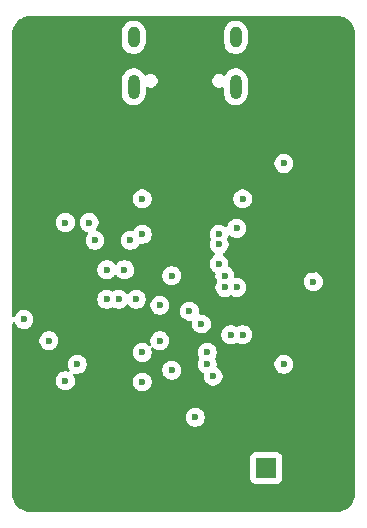
<source format=gbr>
%TF.GenerationSoftware,KiCad,Pcbnew,9.0.5*%
%TF.CreationDate,2025-12-02T20:32:22-06:00*%
%TF.ProjectId,lorapuck,6c6f7261-7075-4636-9b2e-6b696361645f,rev?*%
%TF.SameCoordinates,Original*%
%TF.FileFunction,Copper,L2,Inr*%
%TF.FilePolarity,Positive*%
%FSLAX46Y46*%
G04 Gerber Fmt 4.6, Leading zero omitted, Abs format (unit mm)*
G04 Created by KiCad (PCBNEW 9.0.5) date 2025-12-02 20:32:22*
%MOMM*%
%LPD*%
G01*
G04 APERTURE LIST*
%TA.AperFunction,ComponentPad*%
%ADD10R,1.700000X1.700000*%
%TD*%
%TA.AperFunction,HeatsinkPad*%
%ADD11O,1.000000X2.100000*%
%TD*%
%TA.AperFunction,HeatsinkPad*%
%ADD12O,1.000000X1.800000*%
%TD*%
%TA.AperFunction,ViaPad*%
%ADD13C,0.600000*%
%TD*%
G04 APERTURE END LIST*
D10*
%TO.N,Net-(AE1-A)*%
%TO.C,AE1*%
X100000000Y-118800000D03*
%TD*%
D11*
%TO.N,Net-(J1-SHIELD)*%
%TO.C,J1*%
X97430000Y-86500000D03*
D12*
X97430000Y-82320000D03*
D11*
X88790000Y-86500000D03*
D12*
X88790000Y-82320000D03*
%TD*%
D13*
%TO.N,+3V3*%
X89500000Y-111500000D03*
X84000000Y-110000000D03*
X104000000Y-103000000D03*
X91000000Y-105000000D03*
X101500000Y-110000000D03*
X89500000Y-96000000D03*
X83000000Y-111400000D03*
X93500000Y-105500000D03*
X98000000Y-96000000D03*
X94000000Y-114500000D03*
X101500000Y-93000000D03*
X88500000Y-99500000D03*
X92000000Y-102500000D03*
X91000000Y-108000000D03*
%TO.N,Earth*%
X101500000Y-113500000D03*
X88500000Y-91500000D03*
X95000000Y-91250000D03*
X83000000Y-109000000D03*
X102500000Y-105500000D03*
X100000000Y-90000000D03*
X90668478Y-98706569D03*
X104000000Y-102000000D03*
X99000000Y-88500000D03*
X98000000Y-105500000D03*
X88000000Y-109000000D03*
X89750000Y-90250000D03*
X94000000Y-99500000D03*
X90000000Y-89000000D03*
X80600000Y-112800000D03*
X101000000Y-107000000D03*
X102000000Y-106500000D03*
X96500000Y-97500000D03*
X97000000Y-111000000D03*
X89000000Y-114500000D03*
X106000000Y-97000000D03*
X87000000Y-107000000D03*
X80500000Y-101500000D03*
X92000000Y-121500000D03*
X85000000Y-118000000D03*
X79600000Y-113800000D03*
X101500000Y-116000000D03*
X88500000Y-94500000D03*
X87000000Y-108500000D03*
%TO.N,+1V1*%
X89500000Y-109000000D03*
X89000000Y-104500000D03*
%TO.N,/SX_DIO2*%
X97500000Y-98500000D03*
X98000000Y-107500000D03*
%TO.N,/SX_DIO1*%
X96000000Y-99000000D03*
X92000000Y-110500000D03*
%TO.N,/SPI_MISO*%
X95000000Y-109000000D03*
X96000000Y-101500000D03*
%TO.N,/SPI_MOSI*%
X96500000Y-102500000D03*
X95000000Y-110000000D03*
%TO.N,/SX_NSS*%
X97000000Y-107500000D03*
X97500000Y-103500000D03*
%TO.N,/SPI_CLK*%
X96500000Y-103500000D03*
X95500000Y-111000000D03*
%TO.N,/SX_BUSY*%
X94516641Y-106590000D03*
X96006094Y-99852591D03*
%TO.N,/QSPI_SCLK*%
X87500000Y-104500000D03*
X85500000Y-99500000D03*
%TO.N,/QSPI_SD1*%
X86500000Y-104500000D03*
X83000000Y-98000000D03*
%TO.N,/QSPI_SD2*%
X85000000Y-98000000D03*
X86500000Y-102000000D03*
%TO.N,Net-(U6-SCL)*%
X81600000Y-108000000D03*
X79482419Y-106210646D03*
%TO.N,/QSPI_SD3*%
X89500000Y-99000000D03*
X88000000Y-102000000D03*
%TD*%
%TA.AperFunction,Conductor*%
%TO.N,Earth*%
G36*
X106004418Y-80500816D02*
G01*
X106204561Y-80515130D01*
X106222063Y-80517647D01*
X106413797Y-80559355D01*
X106430755Y-80564334D01*
X106614609Y-80632909D01*
X106630701Y-80640259D01*
X106802904Y-80734288D01*
X106817784Y-80743849D01*
X106974867Y-80861441D01*
X106988237Y-80873027D01*
X107126972Y-81011762D01*
X107138558Y-81025132D01*
X107256146Y-81182210D01*
X107265711Y-81197095D01*
X107359740Y-81369298D01*
X107367090Y-81385390D01*
X107435662Y-81569236D01*
X107440646Y-81586212D01*
X107482351Y-81777931D01*
X107484869Y-81795442D01*
X107499184Y-81995580D01*
X107499500Y-82004427D01*
X107499500Y-120995572D01*
X107499184Y-121004419D01*
X107484869Y-121204557D01*
X107482351Y-121222068D01*
X107440646Y-121413787D01*
X107435662Y-121430763D01*
X107367090Y-121614609D01*
X107359740Y-121630701D01*
X107265711Y-121802904D01*
X107256146Y-121817789D01*
X107138558Y-121974867D01*
X107126972Y-121988237D01*
X106988237Y-122126972D01*
X106974867Y-122138558D01*
X106817789Y-122256146D01*
X106802904Y-122265711D01*
X106630701Y-122359740D01*
X106614609Y-122367090D01*
X106430763Y-122435662D01*
X106413787Y-122440646D01*
X106222068Y-122482351D01*
X106204557Y-122484869D01*
X106023779Y-122497799D01*
X106004417Y-122499184D01*
X105995572Y-122499500D01*
X80004428Y-122499500D01*
X79995582Y-122499184D01*
X79973622Y-122497613D01*
X79795442Y-122484869D01*
X79777931Y-122482351D01*
X79586212Y-122440646D01*
X79569236Y-122435662D01*
X79385390Y-122367090D01*
X79369298Y-122359740D01*
X79197095Y-122265711D01*
X79182210Y-122256146D01*
X79025132Y-122138558D01*
X79011762Y-122126972D01*
X78873027Y-121988237D01*
X78861441Y-121974867D01*
X78743849Y-121817784D01*
X78734288Y-121802904D01*
X78640259Y-121630701D01*
X78632909Y-121614609D01*
X78572091Y-121451551D01*
X78564334Y-121430755D01*
X78559355Y-121413797D01*
X78517647Y-121222063D01*
X78515130Y-121204556D01*
X78500816Y-121004418D01*
X78500500Y-120995572D01*
X78500500Y-117902135D01*
X98649500Y-117902135D01*
X98649500Y-119697870D01*
X98649501Y-119697876D01*
X98655908Y-119757483D01*
X98706202Y-119892328D01*
X98706206Y-119892335D01*
X98792452Y-120007544D01*
X98792455Y-120007547D01*
X98907664Y-120093793D01*
X98907671Y-120093797D01*
X99042517Y-120144091D01*
X99042516Y-120144091D01*
X99049444Y-120144835D01*
X99102127Y-120150500D01*
X100897872Y-120150499D01*
X100957483Y-120144091D01*
X101092331Y-120093796D01*
X101207546Y-120007546D01*
X101293796Y-119892331D01*
X101344091Y-119757483D01*
X101350500Y-119697873D01*
X101350499Y-117902128D01*
X101344091Y-117842517D01*
X101293796Y-117707669D01*
X101293795Y-117707668D01*
X101293793Y-117707664D01*
X101207547Y-117592455D01*
X101207544Y-117592452D01*
X101092335Y-117506206D01*
X101092328Y-117506202D01*
X100957482Y-117455908D01*
X100957483Y-117455908D01*
X100897883Y-117449501D01*
X100897881Y-117449500D01*
X100897873Y-117449500D01*
X100897864Y-117449500D01*
X99102129Y-117449500D01*
X99102123Y-117449501D01*
X99042516Y-117455908D01*
X98907671Y-117506202D01*
X98907664Y-117506206D01*
X98792455Y-117592452D01*
X98792452Y-117592455D01*
X98706206Y-117707664D01*
X98706202Y-117707671D01*
X98655908Y-117842517D01*
X98649501Y-117902116D01*
X98649501Y-117902123D01*
X98649500Y-117902135D01*
X78500500Y-117902135D01*
X78500500Y-114421153D01*
X93199500Y-114421153D01*
X93199500Y-114578846D01*
X93230261Y-114733489D01*
X93230264Y-114733501D01*
X93290602Y-114879172D01*
X93290609Y-114879185D01*
X93378210Y-115010288D01*
X93378213Y-115010292D01*
X93489707Y-115121786D01*
X93489711Y-115121789D01*
X93620814Y-115209390D01*
X93620827Y-115209397D01*
X93766498Y-115269735D01*
X93766503Y-115269737D01*
X93921153Y-115300499D01*
X93921156Y-115300500D01*
X93921158Y-115300500D01*
X94078844Y-115300500D01*
X94078845Y-115300499D01*
X94233497Y-115269737D01*
X94379179Y-115209394D01*
X94510289Y-115121789D01*
X94621789Y-115010289D01*
X94709394Y-114879179D01*
X94769737Y-114733497D01*
X94800500Y-114578842D01*
X94800500Y-114421158D01*
X94800500Y-114421155D01*
X94800499Y-114421153D01*
X94769738Y-114266510D01*
X94769737Y-114266503D01*
X94769735Y-114266498D01*
X94709397Y-114120827D01*
X94709390Y-114120814D01*
X94621789Y-113989711D01*
X94621786Y-113989707D01*
X94510292Y-113878213D01*
X94510288Y-113878210D01*
X94379185Y-113790609D01*
X94379172Y-113790602D01*
X94233501Y-113730264D01*
X94233489Y-113730261D01*
X94078845Y-113699500D01*
X94078842Y-113699500D01*
X93921158Y-113699500D01*
X93921155Y-113699500D01*
X93766510Y-113730261D01*
X93766498Y-113730264D01*
X93620827Y-113790602D01*
X93620814Y-113790609D01*
X93489711Y-113878210D01*
X93489707Y-113878213D01*
X93378213Y-113989707D01*
X93378210Y-113989711D01*
X93290609Y-114120814D01*
X93290602Y-114120827D01*
X93230264Y-114266498D01*
X93230261Y-114266510D01*
X93199500Y-114421153D01*
X78500500Y-114421153D01*
X78500500Y-111321153D01*
X82199500Y-111321153D01*
X82199500Y-111478846D01*
X82230261Y-111633489D01*
X82230264Y-111633501D01*
X82290602Y-111779172D01*
X82290609Y-111779185D01*
X82378210Y-111910288D01*
X82378213Y-111910292D01*
X82489707Y-112021786D01*
X82489711Y-112021789D01*
X82620814Y-112109390D01*
X82620827Y-112109397D01*
X82766498Y-112169735D01*
X82766503Y-112169737D01*
X82921153Y-112200499D01*
X82921156Y-112200500D01*
X82921158Y-112200500D01*
X83078844Y-112200500D01*
X83078845Y-112200499D01*
X83233497Y-112169737D01*
X83379179Y-112109394D01*
X83510289Y-112021789D01*
X83621789Y-111910289D01*
X83709394Y-111779179D01*
X83769737Y-111633497D01*
X83800500Y-111478842D01*
X83800500Y-111421153D01*
X88699500Y-111421153D01*
X88699500Y-111578846D01*
X88730261Y-111733489D01*
X88730264Y-111733501D01*
X88790602Y-111879172D01*
X88790609Y-111879185D01*
X88878210Y-112010288D01*
X88878213Y-112010292D01*
X88989707Y-112121786D01*
X88989711Y-112121789D01*
X89120814Y-112209390D01*
X89120827Y-112209397D01*
X89266498Y-112269735D01*
X89266503Y-112269737D01*
X89421153Y-112300499D01*
X89421156Y-112300500D01*
X89421158Y-112300500D01*
X89578844Y-112300500D01*
X89578845Y-112300499D01*
X89733497Y-112269737D01*
X89879179Y-112209394D01*
X90010289Y-112121789D01*
X90121789Y-112010289D01*
X90209394Y-111879179D01*
X90269737Y-111733497D01*
X90300500Y-111578842D01*
X90300500Y-111421158D01*
X90300500Y-111421155D01*
X90300499Y-111421153D01*
X90292148Y-111379172D01*
X90269737Y-111266503D01*
X90209794Y-111121786D01*
X90209397Y-111120827D01*
X90209390Y-111120814D01*
X90121789Y-110989711D01*
X90121786Y-110989707D01*
X90010292Y-110878213D01*
X90010288Y-110878210D01*
X89879185Y-110790609D01*
X89879172Y-110790602D01*
X89733501Y-110730264D01*
X89733489Y-110730261D01*
X89578845Y-110699500D01*
X89578842Y-110699500D01*
X89421158Y-110699500D01*
X89421155Y-110699500D01*
X89266510Y-110730261D01*
X89266498Y-110730264D01*
X89120827Y-110790602D01*
X89120814Y-110790609D01*
X88989711Y-110878210D01*
X88989707Y-110878213D01*
X88878213Y-110989707D01*
X88878210Y-110989711D01*
X88790609Y-111120814D01*
X88790602Y-111120827D01*
X88730264Y-111266498D01*
X88730261Y-111266510D01*
X88699500Y-111421153D01*
X83800500Y-111421153D01*
X83800500Y-111321158D01*
X83800500Y-111321155D01*
X83800499Y-111321153D01*
X83778269Y-111209397D01*
X83769737Y-111166503D01*
X83733427Y-111078842D01*
X83709397Y-111020827D01*
X83709387Y-111020809D01*
X83673473Y-110967059D01*
X83652595Y-110900382D01*
X83671080Y-110833002D01*
X83723059Y-110786312D01*
X83792029Y-110775136D01*
X83800751Y-110776549D01*
X83849831Y-110786312D01*
X83921156Y-110800500D01*
X83921158Y-110800500D01*
X84078844Y-110800500D01*
X84078845Y-110800499D01*
X84233497Y-110769737D01*
X84379179Y-110709394D01*
X84510289Y-110621789D01*
X84621789Y-110510289D01*
X84681348Y-110421153D01*
X91199500Y-110421153D01*
X91199500Y-110578846D01*
X91230261Y-110733489D01*
X91230264Y-110733501D01*
X91290602Y-110879172D01*
X91290609Y-110879185D01*
X91378210Y-111010288D01*
X91378213Y-111010292D01*
X91489707Y-111121786D01*
X91489711Y-111121789D01*
X91620814Y-111209390D01*
X91620827Y-111209397D01*
X91758683Y-111266498D01*
X91766503Y-111269737D01*
X91921153Y-111300499D01*
X91921156Y-111300500D01*
X91921158Y-111300500D01*
X92078844Y-111300500D01*
X92078845Y-111300499D01*
X92233497Y-111269737D01*
X92379179Y-111209394D01*
X92510289Y-111121789D01*
X92621789Y-111010289D01*
X92709394Y-110879179D01*
X92769737Y-110733497D01*
X92800500Y-110578842D01*
X92800500Y-110421158D01*
X92800500Y-110421155D01*
X92800499Y-110421153D01*
X92792151Y-110379185D01*
X92769737Y-110266503D01*
X92756062Y-110233489D01*
X92709397Y-110120827D01*
X92709390Y-110120814D01*
X92621789Y-109989711D01*
X92621786Y-109989707D01*
X92510292Y-109878213D01*
X92510288Y-109878210D01*
X92379185Y-109790609D01*
X92379172Y-109790602D01*
X92233501Y-109730264D01*
X92233489Y-109730261D01*
X92078845Y-109699500D01*
X92078842Y-109699500D01*
X91921158Y-109699500D01*
X91921155Y-109699500D01*
X91766510Y-109730261D01*
X91766498Y-109730264D01*
X91620827Y-109790602D01*
X91620814Y-109790609D01*
X91489711Y-109878210D01*
X91489707Y-109878213D01*
X91378213Y-109989707D01*
X91378210Y-109989711D01*
X91290609Y-110120814D01*
X91290602Y-110120827D01*
X91230264Y-110266498D01*
X91230261Y-110266510D01*
X91199500Y-110421153D01*
X84681348Y-110421153D01*
X84709394Y-110379179D01*
X84769737Y-110233497D01*
X84800500Y-110078842D01*
X84800500Y-109921158D01*
X84800500Y-109921155D01*
X84800499Y-109921153D01*
X84774531Y-109790606D01*
X84769737Y-109766503D01*
X84769735Y-109766498D01*
X84709397Y-109620827D01*
X84709390Y-109620814D01*
X84621789Y-109489711D01*
X84621786Y-109489707D01*
X84510292Y-109378213D01*
X84510288Y-109378210D01*
X84379185Y-109290609D01*
X84379172Y-109290602D01*
X84233501Y-109230264D01*
X84233489Y-109230261D01*
X84078845Y-109199500D01*
X84078842Y-109199500D01*
X83921158Y-109199500D01*
X83921155Y-109199500D01*
X83766510Y-109230261D01*
X83766498Y-109230264D01*
X83620827Y-109290602D01*
X83620814Y-109290609D01*
X83489711Y-109378210D01*
X83489707Y-109378213D01*
X83378213Y-109489707D01*
X83378210Y-109489711D01*
X83290609Y-109620814D01*
X83290602Y-109620827D01*
X83230264Y-109766498D01*
X83230261Y-109766510D01*
X83199500Y-109921153D01*
X83199500Y-110078846D01*
X83230261Y-110233489D01*
X83230264Y-110233501D01*
X83290602Y-110379172D01*
X83290608Y-110379183D01*
X83326527Y-110432940D01*
X83347404Y-110499618D01*
X83328919Y-110566998D01*
X83276940Y-110613687D01*
X83207970Y-110624863D01*
X83199232Y-110623447D01*
X83078844Y-110599500D01*
X83078842Y-110599500D01*
X82921158Y-110599500D01*
X82921155Y-110599500D01*
X82766510Y-110630261D01*
X82766498Y-110630264D01*
X82620827Y-110690602D01*
X82620814Y-110690609D01*
X82489711Y-110778210D01*
X82489707Y-110778213D01*
X82378213Y-110889707D01*
X82378210Y-110889711D01*
X82290609Y-111020814D01*
X82290602Y-111020827D01*
X82230264Y-111166498D01*
X82230261Y-111166510D01*
X82199500Y-111321153D01*
X78500500Y-111321153D01*
X78500500Y-108921153D01*
X88699500Y-108921153D01*
X88699500Y-109078846D01*
X88730261Y-109233489D01*
X88730264Y-109233501D01*
X88790602Y-109379172D01*
X88790609Y-109379185D01*
X88878210Y-109510288D01*
X88878213Y-109510292D01*
X88989707Y-109621786D01*
X88989711Y-109621789D01*
X89120814Y-109709390D01*
X89120827Y-109709397D01*
X89258683Y-109766498D01*
X89266503Y-109769737D01*
X89421153Y-109800499D01*
X89421156Y-109800500D01*
X89421158Y-109800500D01*
X89578844Y-109800500D01*
X89578845Y-109800499D01*
X89733497Y-109769737D01*
X89879179Y-109709394D01*
X90010289Y-109621789D01*
X90121789Y-109510289D01*
X90209394Y-109379179D01*
X90269737Y-109233497D01*
X90300500Y-109078842D01*
X90300500Y-108921158D01*
X90300500Y-108921155D01*
X90300499Y-108921153D01*
X94199500Y-108921153D01*
X94199500Y-109078846D01*
X94230261Y-109233489D01*
X94230264Y-109233501D01*
X94290602Y-109379172D01*
X94290609Y-109379185D01*
X94325304Y-109431109D01*
X94346182Y-109497786D01*
X94327698Y-109565167D01*
X94325304Y-109568891D01*
X94290609Y-109620814D01*
X94290602Y-109620827D01*
X94230264Y-109766498D01*
X94230261Y-109766510D01*
X94199500Y-109921153D01*
X94199500Y-110078846D01*
X94230261Y-110233489D01*
X94230264Y-110233501D01*
X94290602Y-110379172D01*
X94290609Y-110379185D01*
X94378210Y-110510288D01*
X94378213Y-110510292D01*
X94489707Y-110621786D01*
X94489711Y-110621789D01*
X94620817Y-110709392D01*
X94620819Y-110709393D01*
X94620821Y-110709394D01*
X94638409Y-110716679D01*
X94692812Y-110760520D01*
X94714877Y-110826814D01*
X94712573Y-110855431D01*
X94699500Y-110921153D01*
X94699500Y-111078846D01*
X94730261Y-111233489D01*
X94730264Y-111233501D01*
X94790602Y-111379172D01*
X94790609Y-111379185D01*
X94878210Y-111510288D01*
X94878213Y-111510292D01*
X94989707Y-111621786D01*
X94989711Y-111621789D01*
X95120814Y-111709390D01*
X95120827Y-111709397D01*
X95266498Y-111769735D01*
X95266503Y-111769737D01*
X95421153Y-111800499D01*
X95421156Y-111800500D01*
X95421158Y-111800500D01*
X95578844Y-111800500D01*
X95578845Y-111800499D01*
X95733497Y-111769737D01*
X95879179Y-111709394D01*
X96010289Y-111621789D01*
X96121789Y-111510289D01*
X96209394Y-111379179D01*
X96269737Y-111233497D01*
X96300500Y-111078842D01*
X96300500Y-110921158D01*
X96300500Y-110921155D01*
X96300499Y-110921153D01*
X96287426Y-110855431D01*
X96269737Y-110766503D01*
X96256062Y-110733489D01*
X96209397Y-110620827D01*
X96209390Y-110620814D01*
X96121789Y-110489711D01*
X96121786Y-110489707D01*
X96010292Y-110378213D01*
X96010288Y-110378210D01*
X95879185Y-110290609D01*
X95879179Y-110290606D01*
X95861589Y-110283320D01*
X95807186Y-110239478D01*
X95785122Y-110173184D01*
X95787425Y-110144571D01*
X95800500Y-110078842D01*
X95800500Y-109921158D01*
X95800500Y-109921155D01*
X95800499Y-109921153D01*
X100699500Y-109921153D01*
X100699500Y-110078846D01*
X100730261Y-110233489D01*
X100730264Y-110233501D01*
X100790602Y-110379172D01*
X100790609Y-110379185D01*
X100878210Y-110510288D01*
X100878213Y-110510292D01*
X100989707Y-110621786D01*
X100989711Y-110621789D01*
X101120814Y-110709390D01*
X101120827Y-110709397D01*
X101234425Y-110756450D01*
X101266503Y-110769737D01*
X101421153Y-110800499D01*
X101421156Y-110800500D01*
X101421158Y-110800500D01*
X101578844Y-110800500D01*
X101578845Y-110800499D01*
X101733497Y-110769737D01*
X101879179Y-110709394D01*
X102010289Y-110621789D01*
X102121789Y-110510289D01*
X102209394Y-110379179D01*
X102269737Y-110233497D01*
X102300500Y-110078842D01*
X102300500Y-109921158D01*
X102300500Y-109921155D01*
X102300499Y-109921153D01*
X102274531Y-109790606D01*
X102269737Y-109766503D01*
X102269735Y-109766498D01*
X102209397Y-109620827D01*
X102209390Y-109620814D01*
X102121789Y-109489711D01*
X102121786Y-109489707D01*
X102010292Y-109378213D01*
X102010288Y-109378210D01*
X101879185Y-109290609D01*
X101879172Y-109290602D01*
X101733501Y-109230264D01*
X101733489Y-109230261D01*
X101578845Y-109199500D01*
X101578842Y-109199500D01*
X101421158Y-109199500D01*
X101421155Y-109199500D01*
X101266510Y-109230261D01*
X101266498Y-109230264D01*
X101120827Y-109290602D01*
X101120814Y-109290609D01*
X100989711Y-109378210D01*
X100989707Y-109378213D01*
X100878213Y-109489707D01*
X100878210Y-109489711D01*
X100790609Y-109620814D01*
X100790602Y-109620827D01*
X100730264Y-109766498D01*
X100730261Y-109766510D01*
X100699500Y-109921153D01*
X95800499Y-109921153D01*
X95774531Y-109790606D01*
X95769737Y-109766503D01*
X95769735Y-109766498D01*
X95709396Y-109620825D01*
X95709394Y-109620822D01*
X95709394Y-109620821D01*
X95674694Y-109568889D01*
X95653816Y-109502215D01*
X95672300Y-109434835D01*
X95674676Y-109431136D01*
X95709394Y-109379179D01*
X95769737Y-109233497D01*
X95800500Y-109078842D01*
X95800500Y-108921158D01*
X95800500Y-108921155D01*
X95800499Y-108921153D01*
X95769738Y-108766510D01*
X95769737Y-108766503D01*
X95709794Y-108621786D01*
X95709397Y-108620827D01*
X95709390Y-108620814D01*
X95621789Y-108489711D01*
X95621786Y-108489707D01*
X95510292Y-108378213D01*
X95510288Y-108378210D01*
X95379185Y-108290609D01*
X95379172Y-108290602D01*
X95233501Y-108230264D01*
X95233489Y-108230261D01*
X95078845Y-108199500D01*
X95078842Y-108199500D01*
X94921158Y-108199500D01*
X94921155Y-108199500D01*
X94766510Y-108230261D01*
X94766498Y-108230264D01*
X94620827Y-108290602D01*
X94620814Y-108290609D01*
X94489711Y-108378210D01*
X94489707Y-108378213D01*
X94378213Y-108489707D01*
X94378210Y-108489711D01*
X94290609Y-108620814D01*
X94290602Y-108620827D01*
X94230264Y-108766498D01*
X94230261Y-108766510D01*
X94199500Y-108921153D01*
X90300499Y-108921153D01*
X90269738Y-108766510D01*
X90269737Y-108766503D01*
X90250424Y-108719879D01*
X90242956Y-108650410D01*
X90274231Y-108587931D01*
X90334320Y-108552279D01*
X90404145Y-108554773D01*
X90452667Y-108584746D01*
X90489707Y-108621786D01*
X90489711Y-108621789D01*
X90620814Y-108709390D01*
X90620827Y-108709397D01*
X90758683Y-108766498D01*
X90766503Y-108769737D01*
X90921153Y-108800499D01*
X90921156Y-108800500D01*
X90921158Y-108800500D01*
X91078844Y-108800500D01*
X91078845Y-108800499D01*
X91089179Y-108798443D01*
X91114287Y-108793450D01*
X91114292Y-108793449D01*
X91199800Y-108776439D01*
X91233497Y-108769737D01*
X91379179Y-108709394D01*
X91510289Y-108621789D01*
X91621789Y-108510289D01*
X91709394Y-108379179D01*
X91769737Y-108233497D01*
X91800500Y-108078842D01*
X91800500Y-107921158D01*
X91800500Y-107921155D01*
X91800499Y-107921153D01*
X91769738Y-107766510D01*
X91769737Y-107766503D01*
X91756062Y-107733489D01*
X91709397Y-107620827D01*
X91709390Y-107620814D01*
X91621789Y-107489711D01*
X91621786Y-107489707D01*
X91553232Y-107421153D01*
X96199500Y-107421153D01*
X96199500Y-107578846D01*
X96230261Y-107733489D01*
X96230264Y-107733501D01*
X96290602Y-107879172D01*
X96290609Y-107879185D01*
X96378210Y-108010288D01*
X96378213Y-108010292D01*
X96489707Y-108121786D01*
X96489711Y-108121789D01*
X96620814Y-108209390D01*
X96620827Y-108209397D01*
X96766498Y-108269735D01*
X96766503Y-108269737D01*
X96921153Y-108300499D01*
X96921156Y-108300500D01*
X96921158Y-108300500D01*
X97078844Y-108300500D01*
X97078845Y-108300499D01*
X97233497Y-108269737D01*
X97379179Y-108209394D01*
X97431110Y-108174694D01*
X97497785Y-108153816D01*
X97565165Y-108172300D01*
X97568863Y-108174676D01*
X97620821Y-108209394D01*
X97620823Y-108209395D01*
X97620825Y-108209396D01*
X97766498Y-108269735D01*
X97766503Y-108269737D01*
X97921153Y-108300499D01*
X97921156Y-108300500D01*
X97921158Y-108300500D01*
X98078844Y-108300500D01*
X98078845Y-108300499D01*
X98233497Y-108269737D01*
X98379179Y-108209394D01*
X98510289Y-108121789D01*
X98621789Y-108010289D01*
X98709394Y-107879179D01*
X98769737Y-107733497D01*
X98800500Y-107578842D01*
X98800500Y-107421158D01*
X98800500Y-107421155D01*
X98800499Y-107421153D01*
X98794402Y-107390500D01*
X98769737Y-107266503D01*
X98769735Y-107266498D01*
X98709397Y-107120827D01*
X98709390Y-107120814D01*
X98621789Y-106989711D01*
X98621786Y-106989707D01*
X98510292Y-106878213D01*
X98510288Y-106878210D01*
X98379185Y-106790609D01*
X98379172Y-106790602D01*
X98233501Y-106730264D01*
X98233489Y-106730261D01*
X98078845Y-106699500D01*
X98078842Y-106699500D01*
X97921158Y-106699500D01*
X97921155Y-106699500D01*
X97766510Y-106730261D01*
X97766498Y-106730264D01*
X97620827Y-106790602D01*
X97620814Y-106790609D01*
X97568891Y-106825304D01*
X97502214Y-106846182D01*
X97434833Y-106827698D01*
X97431109Y-106825304D01*
X97379185Y-106790609D01*
X97379172Y-106790602D01*
X97233501Y-106730264D01*
X97233489Y-106730261D01*
X97078845Y-106699500D01*
X97078842Y-106699500D01*
X96921158Y-106699500D01*
X96921155Y-106699500D01*
X96766510Y-106730261D01*
X96766498Y-106730264D01*
X96620827Y-106790602D01*
X96620814Y-106790609D01*
X96489711Y-106878210D01*
X96489707Y-106878213D01*
X96378213Y-106989707D01*
X96378210Y-106989711D01*
X96290609Y-107120814D01*
X96290602Y-107120827D01*
X96230264Y-107266498D01*
X96230261Y-107266510D01*
X96199500Y-107421153D01*
X91553232Y-107421153D01*
X91510292Y-107378213D01*
X91510288Y-107378210D01*
X91379185Y-107290609D01*
X91379172Y-107290602D01*
X91233501Y-107230264D01*
X91233489Y-107230261D01*
X91078845Y-107199500D01*
X91078842Y-107199500D01*
X90921158Y-107199500D01*
X90921155Y-107199500D01*
X90766510Y-107230261D01*
X90766498Y-107230264D01*
X90620827Y-107290602D01*
X90620814Y-107290609D01*
X90489711Y-107378210D01*
X90489707Y-107378213D01*
X90378213Y-107489707D01*
X90378210Y-107489711D01*
X90290609Y-107620814D01*
X90290602Y-107620827D01*
X90230264Y-107766498D01*
X90230261Y-107766510D01*
X90199500Y-107921153D01*
X90199500Y-108078846D01*
X90230261Y-108233489D01*
X90230263Y-108233497D01*
X90249575Y-108280120D01*
X90257043Y-108349590D01*
X90225767Y-108412069D01*
X90165678Y-108447721D01*
X90095853Y-108445226D01*
X90047332Y-108415253D01*
X90010292Y-108378213D01*
X90010288Y-108378210D01*
X89879185Y-108290609D01*
X89879172Y-108290602D01*
X89733501Y-108230264D01*
X89733489Y-108230261D01*
X89578845Y-108199500D01*
X89578842Y-108199500D01*
X89421158Y-108199500D01*
X89421155Y-108199500D01*
X89266510Y-108230261D01*
X89266498Y-108230264D01*
X89120827Y-108290602D01*
X89120814Y-108290609D01*
X88989711Y-108378210D01*
X88989707Y-108378213D01*
X88878213Y-108489707D01*
X88878210Y-108489711D01*
X88790609Y-108620814D01*
X88790602Y-108620827D01*
X88730264Y-108766498D01*
X88730261Y-108766510D01*
X88699500Y-108921153D01*
X78500500Y-108921153D01*
X78500500Y-107921153D01*
X80799500Y-107921153D01*
X80799500Y-108078846D01*
X80830261Y-108233489D01*
X80830264Y-108233501D01*
X80890602Y-108379172D01*
X80890609Y-108379185D01*
X80978210Y-108510288D01*
X80978213Y-108510292D01*
X81089707Y-108621786D01*
X81089711Y-108621789D01*
X81220814Y-108709390D01*
X81220827Y-108709397D01*
X81358683Y-108766498D01*
X81366503Y-108769737D01*
X81521153Y-108800499D01*
X81521156Y-108800500D01*
X81521158Y-108800500D01*
X81678844Y-108800500D01*
X81678845Y-108800499D01*
X81689179Y-108798443D01*
X81714287Y-108793450D01*
X81714292Y-108793449D01*
X81799800Y-108776439D01*
X81833497Y-108769737D01*
X81979179Y-108709394D01*
X82110289Y-108621789D01*
X82221789Y-108510289D01*
X82309394Y-108379179D01*
X82369737Y-108233497D01*
X82400500Y-108078842D01*
X82400500Y-107921158D01*
X82400500Y-107921155D01*
X82400499Y-107921153D01*
X82369738Y-107766510D01*
X82369737Y-107766503D01*
X82356062Y-107733489D01*
X82309397Y-107620827D01*
X82309390Y-107620814D01*
X82221789Y-107489711D01*
X82221786Y-107489707D01*
X82110292Y-107378213D01*
X82110288Y-107378210D01*
X81979185Y-107290609D01*
X81979172Y-107290602D01*
X81833501Y-107230264D01*
X81833489Y-107230261D01*
X81678845Y-107199500D01*
X81678842Y-107199500D01*
X81521158Y-107199500D01*
X81521155Y-107199500D01*
X81366510Y-107230261D01*
X81366498Y-107230264D01*
X81220827Y-107290602D01*
X81220814Y-107290609D01*
X81089711Y-107378210D01*
X81089707Y-107378213D01*
X80978213Y-107489707D01*
X80978210Y-107489711D01*
X80890609Y-107620814D01*
X80890602Y-107620827D01*
X80830264Y-107766498D01*
X80830261Y-107766510D01*
X80799500Y-107921153D01*
X78500500Y-107921153D01*
X78500500Y-106555280D01*
X78520185Y-106488241D01*
X78572989Y-106442486D01*
X78642147Y-106432542D01*
X78705703Y-106461567D01*
X78739061Y-106507828D01*
X78773021Y-106589819D01*
X78773028Y-106589831D01*
X78860629Y-106720934D01*
X78860632Y-106720938D01*
X78972126Y-106832432D01*
X78972130Y-106832435D01*
X79103233Y-106920036D01*
X79103246Y-106920043D01*
X79221856Y-106969172D01*
X79248922Y-106980383D01*
X79403572Y-107011145D01*
X79403575Y-107011146D01*
X79403577Y-107011146D01*
X79561263Y-107011146D01*
X79561264Y-107011145D01*
X79715916Y-106980383D01*
X79861598Y-106920040D01*
X79992708Y-106832435D01*
X80104208Y-106720935D01*
X80191813Y-106589825D01*
X80252156Y-106444143D01*
X80282919Y-106289488D01*
X80282919Y-106131804D01*
X80282919Y-106131801D01*
X80282918Y-106131799D01*
X80272556Y-106079707D01*
X80252156Y-105977149D01*
X80212167Y-105880606D01*
X80191816Y-105831473D01*
X80191809Y-105831460D01*
X80104208Y-105700357D01*
X80104205Y-105700353D01*
X79992711Y-105588859D01*
X79992707Y-105588856D01*
X79861604Y-105501255D01*
X79861591Y-105501248D01*
X79715920Y-105440910D01*
X79715908Y-105440907D01*
X79561264Y-105410146D01*
X79561261Y-105410146D01*
X79403577Y-105410146D01*
X79403574Y-105410146D01*
X79248929Y-105440907D01*
X79248917Y-105440910D01*
X79103246Y-105501248D01*
X79103233Y-105501255D01*
X78972130Y-105588856D01*
X78972126Y-105588859D01*
X78860632Y-105700353D01*
X78860629Y-105700357D01*
X78773028Y-105831460D01*
X78773021Y-105831473D01*
X78739061Y-105913463D01*
X78695220Y-105967867D01*
X78628926Y-105989932D01*
X78561227Y-105972653D01*
X78513616Y-105921516D01*
X78500500Y-105866011D01*
X78500500Y-104421153D01*
X85699500Y-104421153D01*
X85699500Y-104578846D01*
X85730261Y-104733489D01*
X85730264Y-104733501D01*
X85790602Y-104879172D01*
X85790609Y-104879185D01*
X85878210Y-105010288D01*
X85878213Y-105010292D01*
X85989707Y-105121786D01*
X85989711Y-105121789D01*
X86120814Y-105209390D01*
X86120827Y-105209397D01*
X86258683Y-105266498D01*
X86266503Y-105269737D01*
X86421153Y-105300499D01*
X86421156Y-105300500D01*
X86421158Y-105300500D01*
X86578844Y-105300500D01*
X86578845Y-105300499D01*
X86733497Y-105269737D01*
X86879179Y-105209394D01*
X86931110Y-105174694D01*
X86997785Y-105153816D01*
X87065165Y-105172300D01*
X87068863Y-105174676D01*
X87120821Y-105209394D01*
X87120823Y-105209395D01*
X87120825Y-105209396D01*
X87258683Y-105266498D01*
X87266503Y-105269737D01*
X87421153Y-105300499D01*
X87421156Y-105300500D01*
X87421158Y-105300500D01*
X87578844Y-105300500D01*
X87578845Y-105300499D01*
X87733497Y-105269737D01*
X87879179Y-105209394D01*
X88010289Y-105121789D01*
X88121789Y-105010289D01*
X88135539Y-104989711D01*
X88146898Y-104972712D01*
X88200510Y-104927906D01*
X88269835Y-104919199D01*
X88332862Y-104949353D01*
X88353102Y-104972712D01*
X88378207Y-105010284D01*
X88378213Y-105010292D01*
X88489707Y-105121786D01*
X88489711Y-105121789D01*
X88620814Y-105209390D01*
X88620827Y-105209397D01*
X88758683Y-105266498D01*
X88766503Y-105269737D01*
X88921153Y-105300499D01*
X88921156Y-105300500D01*
X88921158Y-105300500D01*
X89078844Y-105300500D01*
X89078845Y-105300499D01*
X89233497Y-105269737D01*
X89379179Y-105209394D01*
X89510289Y-105121789D01*
X89621789Y-105010289D01*
X89681348Y-104921153D01*
X90199500Y-104921153D01*
X90199500Y-105078846D01*
X90230261Y-105233489D01*
X90230264Y-105233501D01*
X90290602Y-105379172D01*
X90290609Y-105379185D01*
X90378210Y-105510288D01*
X90378213Y-105510292D01*
X90489707Y-105621786D01*
X90489711Y-105621789D01*
X90620814Y-105709390D01*
X90620827Y-105709397D01*
X90766498Y-105769735D01*
X90766503Y-105769737D01*
X90921153Y-105800499D01*
X90921156Y-105800500D01*
X90921158Y-105800500D01*
X91078844Y-105800500D01*
X91078845Y-105800499D01*
X91233497Y-105769737D01*
X91379179Y-105709394D01*
X91510289Y-105621789D01*
X91621789Y-105510289D01*
X91681348Y-105421153D01*
X92699500Y-105421153D01*
X92699500Y-105578846D01*
X92730261Y-105733489D01*
X92730264Y-105733501D01*
X92790602Y-105879172D01*
X92790609Y-105879185D01*
X92878210Y-106010288D01*
X92878213Y-106010292D01*
X92989707Y-106121786D01*
X92989711Y-106121789D01*
X93120814Y-106209390D01*
X93120827Y-106209397D01*
X93266498Y-106269735D01*
X93266503Y-106269737D01*
X93416593Y-106299592D01*
X93421153Y-106300499D01*
X93421156Y-106300500D01*
X93421158Y-106300500D01*
X93578841Y-106300500D01*
X93578842Y-106300500D01*
X93583405Y-106299592D01*
X93652996Y-106305815D01*
X93708176Y-106348675D01*
X93731425Y-106414563D01*
X93729221Y-106445398D01*
X93716141Y-106511158D01*
X93716141Y-106668846D01*
X93746902Y-106823489D01*
X93746905Y-106823501D01*
X93807243Y-106969172D01*
X93807250Y-106969185D01*
X93894851Y-107100288D01*
X93894854Y-107100292D01*
X94006348Y-107211786D01*
X94006352Y-107211789D01*
X94137455Y-107299390D01*
X94137468Y-107299397D01*
X94283139Y-107359735D01*
X94283144Y-107359737D01*
X94437794Y-107390499D01*
X94437797Y-107390500D01*
X94437799Y-107390500D01*
X94595485Y-107390500D01*
X94595486Y-107390499D01*
X94750138Y-107359737D01*
X94808209Y-107335683D01*
X94893139Y-107300505D01*
X94893140Y-107300504D01*
X94895820Y-107299394D01*
X95026930Y-107211789D01*
X95138430Y-107100289D01*
X95226035Y-106969179D01*
X95286378Y-106823497D01*
X95317141Y-106668842D01*
X95317141Y-106511158D01*
X95317141Y-106511155D01*
X95317140Y-106511153D01*
X95304060Y-106445398D01*
X95286378Y-106356503D01*
X95262805Y-106299592D01*
X95226038Y-106210827D01*
X95226031Y-106210814D01*
X95138430Y-106079711D01*
X95138427Y-106079707D01*
X95026933Y-105968213D01*
X95026929Y-105968210D01*
X94895826Y-105880609D01*
X94895813Y-105880602D01*
X94750142Y-105820264D01*
X94750130Y-105820261D01*
X94595486Y-105789500D01*
X94595483Y-105789500D01*
X94437799Y-105789500D01*
X94437798Y-105789500D01*
X94433222Y-105790410D01*
X94363631Y-105784179D01*
X94308456Y-105741313D01*
X94285214Y-105675422D01*
X94287420Y-105644599D01*
X94300500Y-105578844D01*
X94300500Y-105421155D01*
X94300499Y-105421153D01*
X94269738Y-105266510D01*
X94269737Y-105266503D01*
X94246080Y-105209390D01*
X94209397Y-105120827D01*
X94209390Y-105120814D01*
X94121789Y-104989711D01*
X94121786Y-104989707D01*
X94010292Y-104878213D01*
X94010288Y-104878210D01*
X93879185Y-104790609D01*
X93879172Y-104790602D01*
X93733501Y-104730264D01*
X93733489Y-104730261D01*
X93578845Y-104699500D01*
X93578842Y-104699500D01*
X93421158Y-104699500D01*
X93421155Y-104699500D01*
X93266510Y-104730261D01*
X93266498Y-104730264D01*
X93120827Y-104790602D01*
X93120814Y-104790609D01*
X92989711Y-104878210D01*
X92989707Y-104878213D01*
X92878213Y-104989707D01*
X92878210Y-104989711D01*
X92790609Y-105120814D01*
X92790602Y-105120827D01*
X92730264Y-105266498D01*
X92730261Y-105266510D01*
X92699500Y-105421153D01*
X91681348Y-105421153D01*
X91709394Y-105379179D01*
X91769737Y-105233497D01*
X91800500Y-105078842D01*
X91800500Y-104921158D01*
X91800500Y-104921155D01*
X91800499Y-104921153D01*
X91774531Y-104790606D01*
X91769737Y-104766503D01*
X91756062Y-104733489D01*
X91709397Y-104620827D01*
X91709390Y-104620814D01*
X91621789Y-104489711D01*
X91621786Y-104489707D01*
X91510292Y-104378213D01*
X91510288Y-104378210D01*
X91379185Y-104290609D01*
X91379172Y-104290602D01*
X91233501Y-104230264D01*
X91233489Y-104230261D01*
X91078845Y-104199500D01*
X91078842Y-104199500D01*
X90921158Y-104199500D01*
X90921155Y-104199500D01*
X90766510Y-104230261D01*
X90766498Y-104230264D01*
X90620827Y-104290602D01*
X90620814Y-104290609D01*
X90489711Y-104378210D01*
X90489707Y-104378213D01*
X90378213Y-104489707D01*
X90378210Y-104489711D01*
X90290609Y-104620814D01*
X90290602Y-104620827D01*
X90230264Y-104766498D01*
X90230261Y-104766510D01*
X90199500Y-104921153D01*
X89681348Y-104921153D01*
X89709394Y-104879179D01*
X89769737Y-104733497D01*
X89800500Y-104578842D01*
X89800500Y-104421158D01*
X89800500Y-104421155D01*
X89800499Y-104421153D01*
X89774531Y-104290606D01*
X89769737Y-104266503D01*
X89769735Y-104266498D01*
X89709397Y-104120827D01*
X89709390Y-104120814D01*
X89621789Y-103989711D01*
X89621786Y-103989707D01*
X89510292Y-103878213D01*
X89510288Y-103878210D01*
X89379185Y-103790609D01*
X89379172Y-103790602D01*
X89233501Y-103730264D01*
X89233489Y-103730261D01*
X89078845Y-103699500D01*
X89078842Y-103699500D01*
X88921158Y-103699500D01*
X88921155Y-103699500D01*
X88766510Y-103730261D01*
X88766498Y-103730264D01*
X88620827Y-103790602D01*
X88620814Y-103790609D01*
X88489711Y-103878210D01*
X88489707Y-103878213D01*
X88378213Y-103989707D01*
X88353102Y-104027289D01*
X88299489Y-104072093D01*
X88230164Y-104080800D01*
X88167137Y-104050645D01*
X88146898Y-104027289D01*
X88121786Y-103989707D01*
X88010292Y-103878213D01*
X88010288Y-103878210D01*
X87879185Y-103790609D01*
X87879172Y-103790602D01*
X87733501Y-103730264D01*
X87733489Y-103730261D01*
X87578845Y-103699500D01*
X87578842Y-103699500D01*
X87421158Y-103699500D01*
X87421155Y-103699500D01*
X87266510Y-103730261D01*
X87266498Y-103730264D01*
X87120827Y-103790602D01*
X87120814Y-103790609D01*
X87068891Y-103825304D01*
X87002214Y-103846182D01*
X86934833Y-103827698D01*
X86931109Y-103825304D01*
X86879185Y-103790609D01*
X86879172Y-103790602D01*
X86733501Y-103730264D01*
X86733489Y-103730261D01*
X86578845Y-103699500D01*
X86578842Y-103699500D01*
X86421158Y-103699500D01*
X86421155Y-103699500D01*
X86266510Y-103730261D01*
X86266498Y-103730264D01*
X86120827Y-103790602D01*
X86120814Y-103790609D01*
X85989711Y-103878210D01*
X85989707Y-103878213D01*
X85878213Y-103989707D01*
X85878210Y-103989711D01*
X85790609Y-104120814D01*
X85790602Y-104120827D01*
X85730264Y-104266498D01*
X85730261Y-104266510D01*
X85699500Y-104421153D01*
X78500500Y-104421153D01*
X78500500Y-101921153D01*
X85699500Y-101921153D01*
X85699500Y-102078846D01*
X85730261Y-102233489D01*
X85730264Y-102233501D01*
X85790602Y-102379172D01*
X85790609Y-102379185D01*
X85878210Y-102510288D01*
X85878213Y-102510292D01*
X85989707Y-102621786D01*
X85989711Y-102621789D01*
X86120814Y-102709390D01*
X86120827Y-102709397D01*
X86258683Y-102766498D01*
X86266503Y-102769737D01*
X86421153Y-102800499D01*
X86421156Y-102800500D01*
X86421158Y-102800500D01*
X86578844Y-102800500D01*
X86578845Y-102800499D01*
X86733497Y-102769737D01*
X86879179Y-102709394D01*
X87010289Y-102621789D01*
X87121789Y-102510289D01*
X87135539Y-102489711D01*
X87146898Y-102472712D01*
X87200510Y-102427906D01*
X87269835Y-102419199D01*
X87332862Y-102449353D01*
X87353102Y-102472712D01*
X87378207Y-102510284D01*
X87378213Y-102510292D01*
X87489707Y-102621786D01*
X87489711Y-102621789D01*
X87620814Y-102709390D01*
X87620827Y-102709397D01*
X87758683Y-102766498D01*
X87766503Y-102769737D01*
X87921153Y-102800499D01*
X87921156Y-102800500D01*
X87921158Y-102800500D01*
X88078844Y-102800500D01*
X88078845Y-102800499D01*
X88233497Y-102769737D01*
X88379179Y-102709394D01*
X88510289Y-102621789D01*
X88621789Y-102510289D01*
X88681348Y-102421153D01*
X91199500Y-102421153D01*
X91199500Y-102578846D01*
X91230261Y-102733489D01*
X91230264Y-102733501D01*
X91290602Y-102879172D01*
X91290609Y-102879185D01*
X91378210Y-103010288D01*
X91378213Y-103010292D01*
X91489707Y-103121786D01*
X91489711Y-103121789D01*
X91620814Y-103209390D01*
X91620827Y-103209397D01*
X91758683Y-103266498D01*
X91766503Y-103269737D01*
X91921153Y-103300499D01*
X91921156Y-103300500D01*
X91921158Y-103300500D01*
X92078844Y-103300500D01*
X92078845Y-103300499D01*
X92233497Y-103269737D01*
X92379179Y-103209394D01*
X92510289Y-103121789D01*
X92621789Y-103010289D01*
X92709394Y-102879179D01*
X92769737Y-102733497D01*
X92800500Y-102578842D01*
X92800500Y-102421158D01*
X92800500Y-102421155D01*
X92800499Y-102421153D01*
X92787426Y-102355431D01*
X92769737Y-102266503D01*
X92756062Y-102233489D01*
X92709397Y-102120827D01*
X92709390Y-102120814D01*
X92621789Y-101989711D01*
X92621786Y-101989707D01*
X92510292Y-101878213D01*
X92510288Y-101878210D01*
X92379185Y-101790609D01*
X92379172Y-101790602D01*
X92233501Y-101730264D01*
X92233489Y-101730261D01*
X92078845Y-101699500D01*
X92078842Y-101699500D01*
X91921158Y-101699500D01*
X91921155Y-101699500D01*
X91766510Y-101730261D01*
X91766498Y-101730264D01*
X91620827Y-101790602D01*
X91620814Y-101790609D01*
X91489711Y-101878210D01*
X91489707Y-101878213D01*
X91378213Y-101989707D01*
X91378210Y-101989711D01*
X91290609Y-102120814D01*
X91290602Y-102120827D01*
X91230264Y-102266498D01*
X91230261Y-102266510D01*
X91199500Y-102421153D01*
X88681348Y-102421153D01*
X88709394Y-102379179D01*
X88769737Y-102233497D01*
X88800500Y-102078842D01*
X88800500Y-101921158D01*
X88800500Y-101921155D01*
X88800499Y-101921153D01*
X88774531Y-101790606D01*
X88769737Y-101766503D01*
X88756062Y-101733489D01*
X88709397Y-101620827D01*
X88709390Y-101620814D01*
X88621789Y-101489711D01*
X88621786Y-101489707D01*
X88510292Y-101378213D01*
X88510288Y-101378210D01*
X88379185Y-101290609D01*
X88379172Y-101290602D01*
X88233501Y-101230264D01*
X88233489Y-101230261D01*
X88078845Y-101199500D01*
X88078842Y-101199500D01*
X87921158Y-101199500D01*
X87921155Y-101199500D01*
X87766510Y-101230261D01*
X87766498Y-101230264D01*
X87620827Y-101290602D01*
X87620814Y-101290609D01*
X87489711Y-101378210D01*
X87489707Y-101378213D01*
X87378213Y-101489707D01*
X87353102Y-101527289D01*
X87299489Y-101572093D01*
X87230164Y-101580800D01*
X87167137Y-101550645D01*
X87146898Y-101527289D01*
X87121786Y-101489707D01*
X87010292Y-101378213D01*
X87010288Y-101378210D01*
X86879185Y-101290609D01*
X86879172Y-101290602D01*
X86733501Y-101230264D01*
X86733489Y-101230261D01*
X86578845Y-101199500D01*
X86578842Y-101199500D01*
X86421158Y-101199500D01*
X86421155Y-101199500D01*
X86266510Y-101230261D01*
X86266498Y-101230264D01*
X86120827Y-101290602D01*
X86120814Y-101290609D01*
X85989711Y-101378210D01*
X85989707Y-101378213D01*
X85878213Y-101489707D01*
X85878210Y-101489711D01*
X85790609Y-101620814D01*
X85790602Y-101620827D01*
X85730264Y-101766498D01*
X85730261Y-101766510D01*
X85699500Y-101921153D01*
X78500500Y-101921153D01*
X78500500Y-97921153D01*
X82199500Y-97921153D01*
X82199500Y-98078846D01*
X82230261Y-98233489D01*
X82230264Y-98233501D01*
X82290602Y-98379172D01*
X82290609Y-98379185D01*
X82378210Y-98510288D01*
X82378213Y-98510292D01*
X82489707Y-98621786D01*
X82489711Y-98621789D01*
X82620814Y-98709390D01*
X82620827Y-98709397D01*
X82758683Y-98766498D01*
X82766503Y-98769737D01*
X82882468Y-98792804D01*
X82921153Y-98800499D01*
X82921156Y-98800500D01*
X82921158Y-98800500D01*
X83078844Y-98800500D01*
X83078845Y-98800499D01*
X83233497Y-98769737D01*
X83379179Y-98709394D01*
X83510289Y-98621789D01*
X83621789Y-98510289D01*
X83709394Y-98379179D01*
X83769737Y-98233497D01*
X83800500Y-98078842D01*
X83800500Y-97921158D01*
X83800500Y-97921155D01*
X83800499Y-97921153D01*
X84199500Y-97921153D01*
X84199500Y-98078846D01*
X84230261Y-98233489D01*
X84230264Y-98233501D01*
X84290602Y-98379172D01*
X84290609Y-98379185D01*
X84378210Y-98510288D01*
X84378213Y-98510292D01*
X84489707Y-98621786D01*
X84489711Y-98621789D01*
X84620814Y-98709390D01*
X84620827Y-98709397D01*
X84758683Y-98766498D01*
X84766503Y-98769737D01*
X84793423Y-98775091D01*
X84815624Y-98779508D01*
X84877535Y-98811892D01*
X84912109Y-98872608D01*
X84908370Y-98942377D01*
X84881706Y-98984697D01*
X84882076Y-98985001D01*
X84879661Y-98987942D01*
X84879123Y-98988798D01*
X84878212Y-98989708D01*
X84878210Y-98989711D01*
X84790609Y-99120814D01*
X84790602Y-99120827D01*
X84730264Y-99266498D01*
X84730261Y-99266510D01*
X84699500Y-99421153D01*
X84699500Y-99578846D01*
X84730261Y-99733489D01*
X84730264Y-99733501D01*
X84790602Y-99879172D01*
X84790609Y-99879185D01*
X84878210Y-100010288D01*
X84878213Y-100010292D01*
X84989707Y-100121786D01*
X84989711Y-100121789D01*
X85120814Y-100209390D01*
X85120827Y-100209397D01*
X85266498Y-100269735D01*
X85266503Y-100269737D01*
X85421153Y-100300499D01*
X85421156Y-100300500D01*
X85421158Y-100300500D01*
X85578844Y-100300500D01*
X85578845Y-100300499D01*
X85733497Y-100269737D01*
X85879179Y-100209394D01*
X86010289Y-100121789D01*
X86121789Y-100010289D01*
X86209394Y-99879179D01*
X86269737Y-99733497D01*
X86300500Y-99578842D01*
X86300500Y-99421158D01*
X86300500Y-99421155D01*
X86300499Y-99421153D01*
X87699500Y-99421153D01*
X87699500Y-99578846D01*
X87730261Y-99733489D01*
X87730264Y-99733501D01*
X87790602Y-99879172D01*
X87790609Y-99879185D01*
X87878210Y-100010288D01*
X87878213Y-100010292D01*
X87989707Y-100121786D01*
X87989711Y-100121789D01*
X88120814Y-100209390D01*
X88120827Y-100209397D01*
X88266498Y-100269735D01*
X88266503Y-100269737D01*
X88421153Y-100300499D01*
X88421156Y-100300500D01*
X88421158Y-100300500D01*
X88578844Y-100300500D01*
X88578845Y-100300499D01*
X88733497Y-100269737D01*
X88879179Y-100209394D01*
X89010289Y-100121789D01*
X89121789Y-100010289D01*
X89209394Y-99879179D01*
X89216677Y-99861593D01*
X89260514Y-99807190D01*
X89326807Y-99785122D01*
X89355431Y-99787426D01*
X89421155Y-99800500D01*
X89421158Y-99800500D01*
X89578844Y-99800500D01*
X89578845Y-99800499D01*
X89733497Y-99769737D01*
X89879179Y-99709394D01*
X90010289Y-99621789D01*
X90121789Y-99510289D01*
X90209394Y-99379179D01*
X90269737Y-99233497D01*
X90300500Y-99078842D01*
X90300500Y-98921158D01*
X90300500Y-98921155D01*
X90300499Y-98921153D01*
X95199500Y-98921153D01*
X95199500Y-99078846D01*
X95230261Y-99233489D01*
X95230264Y-99233501D01*
X95292937Y-99384808D01*
X95290626Y-99385765D01*
X95302622Y-99443459D01*
X95293586Y-99480927D01*
X95236358Y-99619089D01*
X95236355Y-99619101D01*
X95205594Y-99773744D01*
X95205594Y-99931437D01*
X95236355Y-100086080D01*
X95236358Y-100086092D01*
X95296696Y-100231763D01*
X95296703Y-100231776D01*
X95384304Y-100362879D01*
X95384307Y-100362883D01*
X95495801Y-100474377D01*
X95495805Y-100474380D01*
X95626908Y-100561981D01*
X95632285Y-100564855D01*
X95631205Y-100566874D01*
X95677663Y-100604310D01*
X95699730Y-100670603D01*
X95682453Y-100738303D01*
X95631317Y-100785915D01*
X95623270Y-100789590D01*
X95620833Y-100790599D01*
X95620814Y-100790609D01*
X95489711Y-100878210D01*
X95489707Y-100878213D01*
X95378213Y-100989707D01*
X95378210Y-100989711D01*
X95290609Y-101120814D01*
X95290602Y-101120827D01*
X95230264Y-101266498D01*
X95230261Y-101266510D01*
X95199500Y-101421153D01*
X95199500Y-101578846D01*
X95230261Y-101733489D01*
X95230264Y-101733501D01*
X95290602Y-101879172D01*
X95290609Y-101879185D01*
X95378210Y-102010288D01*
X95378213Y-102010292D01*
X95489707Y-102121786D01*
X95489711Y-102121789D01*
X95620817Y-102209392D01*
X95620819Y-102209393D01*
X95620821Y-102209394D01*
X95638409Y-102216679D01*
X95692812Y-102260520D01*
X95714877Y-102326814D01*
X95712573Y-102355431D01*
X95699500Y-102421153D01*
X95699500Y-102578846D01*
X95730261Y-102733489D01*
X95730264Y-102733501D01*
X95790602Y-102879172D01*
X95790609Y-102879185D01*
X95825304Y-102931109D01*
X95846182Y-102997786D01*
X95827698Y-103065167D01*
X95825304Y-103068891D01*
X95790609Y-103120814D01*
X95790602Y-103120827D01*
X95730264Y-103266498D01*
X95730261Y-103266510D01*
X95699500Y-103421153D01*
X95699500Y-103578846D01*
X95730261Y-103733489D01*
X95730264Y-103733501D01*
X95790602Y-103879172D01*
X95790609Y-103879185D01*
X95878210Y-104010288D01*
X95878213Y-104010292D01*
X95989707Y-104121786D01*
X95989711Y-104121789D01*
X96120814Y-104209390D01*
X96120827Y-104209397D01*
X96258683Y-104266498D01*
X96266503Y-104269737D01*
X96421153Y-104300499D01*
X96421156Y-104300500D01*
X96421158Y-104300500D01*
X96578844Y-104300500D01*
X96578845Y-104300499D01*
X96733497Y-104269737D01*
X96879179Y-104209394D01*
X96931110Y-104174694D01*
X96997785Y-104153816D01*
X97065165Y-104172300D01*
X97068863Y-104174676D01*
X97120821Y-104209394D01*
X97120823Y-104209395D01*
X97120825Y-104209396D01*
X97258683Y-104266498D01*
X97266503Y-104269737D01*
X97421153Y-104300499D01*
X97421156Y-104300500D01*
X97421158Y-104300500D01*
X97578844Y-104300500D01*
X97578845Y-104300499D01*
X97733497Y-104269737D01*
X97879179Y-104209394D01*
X98010289Y-104121789D01*
X98121789Y-104010289D01*
X98209394Y-103879179D01*
X98269737Y-103733497D01*
X98300500Y-103578842D01*
X98300500Y-103421158D01*
X98300500Y-103421155D01*
X98300499Y-103421153D01*
X98269738Y-103266510D01*
X98269737Y-103266503D01*
X98209794Y-103121786D01*
X98209397Y-103120827D01*
X98209390Y-103120814D01*
X98121790Y-102989712D01*
X98121784Y-102989705D01*
X98053232Y-102921153D01*
X103199500Y-102921153D01*
X103199500Y-103078846D01*
X103230261Y-103233489D01*
X103230264Y-103233501D01*
X103290602Y-103379172D01*
X103290609Y-103379185D01*
X103378210Y-103510288D01*
X103378213Y-103510292D01*
X103489707Y-103621786D01*
X103489711Y-103621789D01*
X103620814Y-103709390D01*
X103620827Y-103709397D01*
X103766498Y-103769735D01*
X103766503Y-103769737D01*
X103921153Y-103800499D01*
X103921156Y-103800500D01*
X103921158Y-103800500D01*
X104078844Y-103800500D01*
X104078845Y-103800499D01*
X104233497Y-103769737D01*
X104379179Y-103709394D01*
X104510289Y-103621789D01*
X104621789Y-103510289D01*
X104709394Y-103379179D01*
X104769737Y-103233497D01*
X104800500Y-103078842D01*
X104800500Y-102921158D01*
X104800500Y-102921155D01*
X104800499Y-102921153D01*
X104774531Y-102790606D01*
X104769737Y-102766503D01*
X104756062Y-102733489D01*
X104709397Y-102620827D01*
X104709390Y-102620814D01*
X104621789Y-102489711D01*
X104621786Y-102489707D01*
X104510292Y-102378213D01*
X104510288Y-102378210D01*
X104379185Y-102290609D01*
X104379172Y-102290602D01*
X104233501Y-102230264D01*
X104233489Y-102230261D01*
X104078845Y-102199500D01*
X104078842Y-102199500D01*
X103921158Y-102199500D01*
X103921155Y-102199500D01*
X103766510Y-102230261D01*
X103766498Y-102230264D01*
X103620827Y-102290602D01*
X103620814Y-102290609D01*
X103489711Y-102378210D01*
X103489707Y-102378213D01*
X103378213Y-102489707D01*
X103378210Y-102489711D01*
X103290609Y-102620814D01*
X103290602Y-102620827D01*
X103230264Y-102766498D01*
X103230261Y-102766510D01*
X103199500Y-102921153D01*
X98053232Y-102921153D01*
X98010292Y-102878213D01*
X98010288Y-102878210D01*
X97879185Y-102790609D01*
X97879172Y-102790602D01*
X97733501Y-102730264D01*
X97733489Y-102730261D01*
X97578845Y-102699500D01*
X97578842Y-102699500D01*
X97424500Y-102699500D01*
X97357461Y-102679815D01*
X97311706Y-102627011D01*
X97300500Y-102575500D01*
X97300500Y-102421155D01*
X97300499Y-102421153D01*
X97287426Y-102355431D01*
X97269737Y-102266503D01*
X97256062Y-102233489D01*
X97209397Y-102120827D01*
X97209390Y-102120814D01*
X97121789Y-101989711D01*
X97121786Y-101989707D01*
X97010292Y-101878213D01*
X97010288Y-101878210D01*
X96879185Y-101790609D01*
X96879179Y-101790606D01*
X96861589Y-101783320D01*
X96807186Y-101739478D01*
X96785122Y-101673184D01*
X96787425Y-101644571D01*
X96800500Y-101578842D01*
X96800500Y-101421158D01*
X96800500Y-101421155D01*
X96800499Y-101421153D01*
X96774531Y-101290606D01*
X96769737Y-101266503D01*
X96769735Y-101266498D01*
X96709397Y-101120827D01*
X96709390Y-101120814D01*
X96621789Y-100989711D01*
X96621786Y-100989707D01*
X96510292Y-100878213D01*
X96510288Y-100878210D01*
X96379185Y-100790609D01*
X96373809Y-100787736D01*
X96374885Y-100785722D01*
X96328412Y-100748254D01*
X96306362Y-100681955D01*
X96323656Y-100614260D01*
X96374804Y-100566661D01*
X96382821Y-100563000D01*
X96385273Y-100561985D01*
X96516383Y-100474380D01*
X96627883Y-100362880D01*
X96715488Y-100231770D01*
X96775831Y-100086088D01*
X96806594Y-99931433D01*
X96806594Y-99773749D01*
X96806594Y-99773746D01*
X96806593Y-99773744D01*
X96798586Y-99733489D01*
X96775831Y-99619094D01*
X96759158Y-99578842D01*
X96713157Y-99467783D01*
X96715473Y-99466823D01*
X96710924Y-99444978D01*
X96703240Y-99412593D01*
X96703730Y-99410427D01*
X96703468Y-99409168D01*
X96710093Y-99377971D01*
X96711211Y-99374791D01*
X96769737Y-99233497D01*
X96781227Y-99175731D01*
X96784150Y-99167422D01*
X96799617Y-99145929D01*
X96811892Y-99122464D01*
X96819708Y-99118012D01*
X96824963Y-99110712D01*
X96849595Y-99100994D01*
X96872607Y-99087890D01*
X96881589Y-99088371D01*
X96889958Y-99085070D01*
X96915934Y-99090211D01*
X96942377Y-99091629D01*
X96951209Y-99097194D01*
X96958497Y-99098637D01*
X96967955Y-99107746D01*
X96984696Y-99118295D01*
X96985001Y-99117924D01*
X96987957Y-99120350D01*
X96988806Y-99120885D01*
X96989707Y-99121786D01*
X96989711Y-99121789D01*
X97120814Y-99209390D01*
X97120827Y-99209397D01*
X97258683Y-99266498D01*
X97266503Y-99269737D01*
X97421153Y-99300499D01*
X97421156Y-99300500D01*
X97421158Y-99300500D01*
X97578844Y-99300500D01*
X97578845Y-99300499D01*
X97733497Y-99269737D01*
X97879179Y-99209394D01*
X98010289Y-99121789D01*
X98121789Y-99010289D01*
X98209394Y-98879179D01*
X98269737Y-98733497D01*
X98300500Y-98578842D01*
X98300500Y-98421158D01*
X98300500Y-98421155D01*
X98300499Y-98421153D01*
X98274531Y-98290606D01*
X98269737Y-98266503D01*
X98256062Y-98233489D01*
X98209397Y-98120827D01*
X98209390Y-98120814D01*
X98121789Y-97989711D01*
X98121786Y-97989707D01*
X98010292Y-97878213D01*
X98010288Y-97878210D01*
X97879185Y-97790609D01*
X97879172Y-97790602D01*
X97733501Y-97730264D01*
X97733489Y-97730261D01*
X97578845Y-97699500D01*
X97578842Y-97699500D01*
X97421158Y-97699500D01*
X97421155Y-97699500D01*
X97266510Y-97730261D01*
X97266498Y-97730264D01*
X97120827Y-97790602D01*
X97120814Y-97790609D01*
X96989711Y-97878210D01*
X96989707Y-97878213D01*
X96878213Y-97989707D01*
X96878210Y-97989711D01*
X96790609Y-98120814D01*
X96790602Y-98120827D01*
X96730264Y-98266498D01*
X96730261Y-98266507D01*
X96720491Y-98315626D01*
X96688105Y-98377536D01*
X96627389Y-98412110D01*
X96557620Y-98408369D01*
X96515303Y-98381704D01*
X96514999Y-98382076D01*
X96512040Y-98379647D01*
X96511193Y-98379114D01*
X96510292Y-98378213D01*
X96510288Y-98378210D01*
X96379185Y-98290609D01*
X96379172Y-98290602D01*
X96233501Y-98230264D01*
X96233489Y-98230261D01*
X96078845Y-98199500D01*
X96078842Y-98199500D01*
X95921158Y-98199500D01*
X95921155Y-98199500D01*
X95766510Y-98230261D01*
X95766498Y-98230264D01*
X95620827Y-98290602D01*
X95620814Y-98290609D01*
X95489711Y-98378210D01*
X95489707Y-98378213D01*
X95378213Y-98489707D01*
X95378210Y-98489711D01*
X95290609Y-98620814D01*
X95290602Y-98620827D01*
X95230264Y-98766498D01*
X95230261Y-98766510D01*
X95199500Y-98921153D01*
X90300499Y-98921153D01*
X90276499Y-98800499D01*
X90269737Y-98766503D01*
X90269735Y-98766498D01*
X90209397Y-98620827D01*
X90209390Y-98620814D01*
X90121789Y-98489711D01*
X90121786Y-98489707D01*
X90010292Y-98378213D01*
X90010288Y-98378210D01*
X89879185Y-98290609D01*
X89879172Y-98290602D01*
X89733501Y-98230264D01*
X89733489Y-98230261D01*
X89578845Y-98199500D01*
X89578842Y-98199500D01*
X89421158Y-98199500D01*
X89421155Y-98199500D01*
X89266510Y-98230261D01*
X89266498Y-98230264D01*
X89120827Y-98290602D01*
X89120814Y-98290609D01*
X88989711Y-98378210D01*
X88989707Y-98378213D01*
X88878213Y-98489707D01*
X88878210Y-98489711D01*
X88790609Y-98620814D01*
X88790603Y-98620826D01*
X88783319Y-98638411D01*
X88739477Y-98692814D01*
X88673182Y-98714877D01*
X88644568Y-98712573D01*
X88578846Y-98699500D01*
X88578842Y-98699500D01*
X88421158Y-98699500D01*
X88421155Y-98699500D01*
X88266510Y-98730261D01*
X88266498Y-98730264D01*
X88120827Y-98790602D01*
X88120814Y-98790609D01*
X87989711Y-98878210D01*
X87989707Y-98878213D01*
X87878213Y-98989707D01*
X87878210Y-98989711D01*
X87790609Y-99120814D01*
X87790602Y-99120827D01*
X87730264Y-99266498D01*
X87730261Y-99266510D01*
X87699500Y-99421153D01*
X86300499Y-99421153D01*
X86292148Y-99379172D01*
X86269737Y-99266503D01*
X86209421Y-99120885D01*
X86209397Y-99120827D01*
X86209390Y-99120814D01*
X86121789Y-98989711D01*
X86121786Y-98989707D01*
X86010292Y-98878213D01*
X86010288Y-98878210D01*
X85879185Y-98790609D01*
X85879172Y-98790602D01*
X85733501Y-98730264D01*
X85733491Y-98730261D01*
X85684374Y-98720491D01*
X85622463Y-98688106D01*
X85587889Y-98627389D01*
X85591630Y-98557620D01*
X85618296Y-98515304D01*
X85617924Y-98514999D01*
X85620357Y-98512033D01*
X85620891Y-98511186D01*
X85621789Y-98510289D01*
X85709394Y-98379179D01*
X85769737Y-98233497D01*
X85800500Y-98078842D01*
X85800500Y-97921158D01*
X85800500Y-97921155D01*
X85800499Y-97921153D01*
X85774531Y-97790606D01*
X85769737Y-97766503D01*
X85769735Y-97766498D01*
X85709397Y-97620827D01*
X85709390Y-97620814D01*
X85621789Y-97489711D01*
X85621786Y-97489707D01*
X85510292Y-97378213D01*
X85510288Y-97378210D01*
X85379185Y-97290609D01*
X85379172Y-97290602D01*
X85233501Y-97230264D01*
X85233489Y-97230261D01*
X85078845Y-97199500D01*
X85078842Y-97199500D01*
X84921158Y-97199500D01*
X84921155Y-97199500D01*
X84766510Y-97230261D01*
X84766498Y-97230264D01*
X84620827Y-97290602D01*
X84620814Y-97290609D01*
X84489711Y-97378210D01*
X84489707Y-97378213D01*
X84378213Y-97489707D01*
X84378210Y-97489711D01*
X84290609Y-97620814D01*
X84290602Y-97620827D01*
X84230264Y-97766498D01*
X84230261Y-97766510D01*
X84199500Y-97921153D01*
X83800499Y-97921153D01*
X83774531Y-97790606D01*
X83769737Y-97766503D01*
X83769735Y-97766498D01*
X83709397Y-97620827D01*
X83709390Y-97620814D01*
X83621789Y-97489711D01*
X83621786Y-97489707D01*
X83510292Y-97378213D01*
X83510288Y-97378210D01*
X83379185Y-97290609D01*
X83379172Y-97290602D01*
X83233501Y-97230264D01*
X83233489Y-97230261D01*
X83078845Y-97199500D01*
X83078842Y-97199500D01*
X82921158Y-97199500D01*
X82921155Y-97199500D01*
X82766510Y-97230261D01*
X82766498Y-97230264D01*
X82620827Y-97290602D01*
X82620814Y-97290609D01*
X82489711Y-97378210D01*
X82489707Y-97378213D01*
X82378213Y-97489707D01*
X82378210Y-97489711D01*
X82290609Y-97620814D01*
X82290602Y-97620827D01*
X82230264Y-97766498D01*
X82230261Y-97766510D01*
X82199500Y-97921153D01*
X78500500Y-97921153D01*
X78500500Y-95921153D01*
X88699500Y-95921153D01*
X88699500Y-96078846D01*
X88730261Y-96233489D01*
X88730264Y-96233501D01*
X88790602Y-96379172D01*
X88790609Y-96379185D01*
X88878210Y-96510288D01*
X88878213Y-96510292D01*
X88989707Y-96621786D01*
X88989711Y-96621789D01*
X89120814Y-96709390D01*
X89120827Y-96709397D01*
X89266498Y-96769735D01*
X89266503Y-96769737D01*
X89421153Y-96800499D01*
X89421156Y-96800500D01*
X89421158Y-96800500D01*
X89578844Y-96800500D01*
X89578845Y-96800499D01*
X89733497Y-96769737D01*
X89879179Y-96709394D01*
X90010289Y-96621789D01*
X90121789Y-96510289D01*
X90209394Y-96379179D01*
X90269737Y-96233497D01*
X90300500Y-96078842D01*
X90300500Y-95921158D01*
X90300500Y-95921155D01*
X90300499Y-95921153D01*
X97199500Y-95921153D01*
X97199500Y-96078846D01*
X97230261Y-96233489D01*
X97230264Y-96233501D01*
X97290602Y-96379172D01*
X97290609Y-96379185D01*
X97378210Y-96510288D01*
X97378213Y-96510292D01*
X97489707Y-96621786D01*
X97489711Y-96621789D01*
X97620814Y-96709390D01*
X97620827Y-96709397D01*
X97766498Y-96769735D01*
X97766503Y-96769737D01*
X97921153Y-96800499D01*
X97921156Y-96800500D01*
X97921158Y-96800500D01*
X98078844Y-96800500D01*
X98078845Y-96800499D01*
X98233497Y-96769737D01*
X98379179Y-96709394D01*
X98510289Y-96621789D01*
X98621789Y-96510289D01*
X98709394Y-96379179D01*
X98769737Y-96233497D01*
X98800500Y-96078842D01*
X98800500Y-95921158D01*
X98800500Y-95921155D01*
X98800499Y-95921153D01*
X98769738Y-95766510D01*
X98769737Y-95766503D01*
X98769735Y-95766498D01*
X98709397Y-95620827D01*
X98709390Y-95620814D01*
X98621789Y-95489711D01*
X98621786Y-95489707D01*
X98510292Y-95378213D01*
X98510288Y-95378210D01*
X98379185Y-95290609D01*
X98379172Y-95290602D01*
X98233501Y-95230264D01*
X98233489Y-95230261D01*
X98078845Y-95199500D01*
X98078842Y-95199500D01*
X97921158Y-95199500D01*
X97921155Y-95199500D01*
X97766510Y-95230261D01*
X97766498Y-95230264D01*
X97620827Y-95290602D01*
X97620814Y-95290609D01*
X97489711Y-95378210D01*
X97489707Y-95378213D01*
X97378213Y-95489707D01*
X97378210Y-95489711D01*
X97290609Y-95620814D01*
X97290602Y-95620827D01*
X97230264Y-95766498D01*
X97230261Y-95766510D01*
X97199500Y-95921153D01*
X90300499Y-95921153D01*
X90269738Y-95766510D01*
X90269737Y-95766503D01*
X90269735Y-95766498D01*
X90209397Y-95620827D01*
X90209390Y-95620814D01*
X90121789Y-95489711D01*
X90121786Y-95489707D01*
X90010292Y-95378213D01*
X90010288Y-95378210D01*
X89879185Y-95290609D01*
X89879172Y-95290602D01*
X89733501Y-95230264D01*
X89733489Y-95230261D01*
X89578845Y-95199500D01*
X89578842Y-95199500D01*
X89421158Y-95199500D01*
X89421155Y-95199500D01*
X89266510Y-95230261D01*
X89266498Y-95230264D01*
X89120827Y-95290602D01*
X89120814Y-95290609D01*
X88989711Y-95378210D01*
X88989707Y-95378213D01*
X88878213Y-95489707D01*
X88878210Y-95489711D01*
X88790609Y-95620814D01*
X88790602Y-95620827D01*
X88730264Y-95766498D01*
X88730261Y-95766510D01*
X88699500Y-95921153D01*
X78500500Y-95921153D01*
X78500500Y-92921153D01*
X100699500Y-92921153D01*
X100699500Y-93078846D01*
X100730261Y-93233489D01*
X100730264Y-93233501D01*
X100790602Y-93379172D01*
X100790609Y-93379185D01*
X100878210Y-93510288D01*
X100878213Y-93510292D01*
X100989707Y-93621786D01*
X100989711Y-93621789D01*
X101120814Y-93709390D01*
X101120827Y-93709397D01*
X101266498Y-93769735D01*
X101266503Y-93769737D01*
X101421153Y-93800499D01*
X101421156Y-93800500D01*
X101421158Y-93800500D01*
X101578844Y-93800500D01*
X101578845Y-93800499D01*
X101733497Y-93769737D01*
X101879179Y-93709394D01*
X102010289Y-93621789D01*
X102121789Y-93510289D01*
X102209394Y-93379179D01*
X102269737Y-93233497D01*
X102300500Y-93078842D01*
X102300500Y-92921158D01*
X102300500Y-92921155D01*
X102300499Y-92921153D01*
X102269738Y-92766510D01*
X102269737Y-92766503D01*
X102269735Y-92766498D01*
X102209397Y-92620827D01*
X102209390Y-92620814D01*
X102121789Y-92489711D01*
X102121786Y-92489707D01*
X102010292Y-92378213D01*
X102010288Y-92378210D01*
X101879185Y-92290609D01*
X101879172Y-92290602D01*
X101733501Y-92230264D01*
X101733489Y-92230261D01*
X101578845Y-92199500D01*
X101578842Y-92199500D01*
X101421158Y-92199500D01*
X101421155Y-92199500D01*
X101266510Y-92230261D01*
X101266498Y-92230264D01*
X101120827Y-92290602D01*
X101120814Y-92290609D01*
X100989711Y-92378210D01*
X100989707Y-92378213D01*
X100878213Y-92489707D01*
X100878210Y-92489711D01*
X100790609Y-92620814D01*
X100790602Y-92620827D01*
X100730264Y-92766498D01*
X100730261Y-92766510D01*
X100699500Y-92921153D01*
X78500500Y-92921153D01*
X78500500Y-87148543D01*
X87789499Y-87148543D01*
X87827947Y-87341829D01*
X87827950Y-87341839D01*
X87903364Y-87523907D01*
X87903371Y-87523920D01*
X88012860Y-87687781D01*
X88012863Y-87687785D01*
X88152214Y-87827136D01*
X88152218Y-87827139D01*
X88316079Y-87936628D01*
X88316092Y-87936635D01*
X88498160Y-88012049D01*
X88498165Y-88012051D01*
X88498169Y-88012051D01*
X88498170Y-88012052D01*
X88691456Y-88050500D01*
X88691459Y-88050500D01*
X88888543Y-88050500D01*
X89018582Y-88024632D01*
X89081835Y-88012051D01*
X89263914Y-87936632D01*
X89427782Y-87827139D01*
X89567139Y-87687782D01*
X89676632Y-87523914D01*
X89752051Y-87341835D01*
X89790500Y-87148541D01*
X89790500Y-86631333D01*
X89810185Y-86564294D01*
X89862989Y-86518539D01*
X89932147Y-86508595D01*
X89976501Y-86523947D01*
X89997859Y-86536278D01*
X89997860Y-86536278D01*
X89997865Y-86536281D01*
X90144234Y-86575500D01*
X90144236Y-86575500D01*
X90295764Y-86575500D01*
X90295766Y-86575500D01*
X90442135Y-86536281D01*
X90573365Y-86460515D01*
X90680515Y-86353365D01*
X90756281Y-86222135D01*
X90795500Y-86075766D01*
X90795500Y-85924234D01*
X95424500Y-85924234D01*
X95424500Y-86075765D01*
X95463719Y-86222136D01*
X95501602Y-86287750D01*
X95539485Y-86353365D01*
X95646635Y-86460515D01*
X95729912Y-86508595D01*
X95777861Y-86536279D01*
X95777865Y-86536281D01*
X95924234Y-86575500D01*
X95924236Y-86575500D01*
X96075764Y-86575500D01*
X96075766Y-86575500D01*
X96222135Y-86536281D01*
X96232451Y-86530325D01*
X96243499Y-86523947D01*
X96311398Y-86507473D01*
X96377426Y-86530325D01*
X96420617Y-86585245D01*
X96429500Y-86631333D01*
X96429500Y-87148541D01*
X96429500Y-87148543D01*
X96429499Y-87148543D01*
X96467947Y-87341829D01*
X96467950Y-87341839D01*
X96543364Y-87523907D01*
X96543371Y-87523920D01*
X96652860Y-87687781D01*
X96652863Y-87687785D01*
X96792214Y-87827136D01*
X96792218Y-87827139D01*
X96956079Y-87936628D01*
X96956092Y-87936635D01*
X97138160Y-88012049D01*
X97138165Y-88012051D01*
X97138169Y-88012051D01*
X97138170Y-88012052D01*
X97331456Y-88050500D01*
X97331459Y-88050500D01*
X97528543Y-88050500D01*
X97658582Y-88024632D01*
X97721835Y-88012051D01*
X97903914Y-87936632D01*
X98067782Y-87827139D01*
X98207139Y-87687782D01*
X98316632Y-87523914D01*
X98392051Y-87341835D01*
X98430500Y-87148541D01*
X98430500Y-85851459D01*
X98430500Y-85851456D01*
X98392052Y-85658170D01*
X98392051Y-85658169D01*
X98392051Y-85658165D01*
X98387274Y-85646632D01*
X98316635Y-85476092D01*
X98316628Y-85476079D01*
X98207139Y-85312218D01*
X98207136Y-85312214D01*
X98067785Y-85172863D01*
X98067781Y-85172860D01*
X97903920Y-85063371D01*
X97903907Y-85063364D01*
X97721839Y-84987950D01*
X97721829Y-84987947D01*
X97528543Y-84949500D01*
X97528541Y-84949500D01*
X97331459Y-84949500D01*
X97331457Y-84949500D01*
X97138170Y-84987947D01*
X97138160Y-84987950D01*
X96956092Y-85063364D01*
X96956079Y-85063371D01*
X96792218Y-85172860D01*
X96792214Y-85172863D01*
X96652863Y-85312214D01*
X96652860Y-85312218D01*
X96543371Y-85476079D01*
X96543363Y-85476094D01*
X96539456Y-85485528D01*
X96495615Y-85539931D01*
X96429320Y-85561995D01*
X96361621Y-85544715D01*
X96356968Y-85541566D01*
X96353366Y-85539486D01*
X96353365Y-85539485D01*
X96259899Y-85485522D01*
X96222136Y-85463719D01*
X96148950Y-85444109D01*
X96075766Y-85424500D01*
X95924234Y-85424500D01*
X95777863Y-85463719D01*
X95646635Y-85539485D01*
X95646632Y-85539487D01*
X95539487Y-85646632D01*
X95539485Y-85646635D01*
X95463719Y-85777863D01*
X95424500Y-85924234D01*
X90795500Y-85924234D01*
X90756281Y-85777865D01*
X90680515Y-85646635D01*
X90573365Y-85539485D01*
X90502838Y-85498766D01*
X90442136Y-85463719D01*
X90368950Y-85444109D01*
X90295766Y-85424500D01*
X90144234Y-85424500D01*
X89997863Y-85463719D01*
X89906428Y-85516510D01*
X89866635Y-85539485D01*
X89866633Y-85539486D01*
X89859597Y-85543549D01*
X89858254Y-85541224D01*
X89805391Y-85561647D01*
X89736949Y-85547592D01*
X89686971Y-85498766D01*
X89680540Y-85485522D01*
X89676632Y-85476087D01*
X89676628Y-85476079D01*
X89567139Y-85312218D01*
X89567136Y-85312214D01*
X89427785Y-85172863D01*
X89427781Y-85172860D01*
X89263920Y-85063371D01*
X89263907Y-85063364D01*
X89081839Y-84987950D01*
X89081829Y-84987947D01*
X88888543Y-84949500D01*
X88888541Y-84949500D01*
X88691459Y-84949500D01*
X88691457Y-84949500D01*
X88498170Y-84987947D01*
X88498160Y-84987950D01*
X88316092Y-85063364D01*
X88316079Y-85063371D01*
X88152218Y-85172860D01*
X88152214Y-85172863D01*
X88012863Y-85312214D01*
X88012860Y-85312218D01*
X87903371Y-85476079D01*
X87903364Y-85476092D01*
X87827950Y-85658160D01*
X87827947Y-85658170D01*
X87789500Y-85851456D01*
X87789500Y-85851459D01*
X87789500Y-87148541D01*
X87789500Y-87148543D01*
X87789499Y-87148543D01*
X78500500Y-87148543D01*
X78500500Y-82818543D01*
X87789499Y-82818543D01*
X87827947Y-83011829D01*
X87827950Y-83011839D01*
X87903364Y-83193907D01*
X87903371Y-83193920D01*
X88012860Y-83357781D01*
X88012863Y-83357785D01*
X88152214Y-83497136D01*
X88152218Y-83497139D01*
X88316079Y-83606628D01*
X88316092Y-83606635D01*
X88498160Y-83682049D01*
X88498165Y-83682051D01*
X88498169Y-83682051D01*
X88498170Y-83682052D01*
X88691456Y-83720500D01*
X88691459Y-83720500D01*
X88888543Y-83720500D01*
X89018582Y-83694632D01*
X89081835Y-83682051D01*
X89263914Y-83606632D01*
X89427782Y-83497139D01*
X89567139Y-83357782D01*
X89676632Y-83193914D01*
X89752051Y-83011835D01*
X89790500Y-82818543D01*
X96429499Y-82818543D01*
X96467947Y-83011829D01*
X96467950Y-83011839D01*
X96543364Y-83193907D01*
X96543371Y-83193920D01*
X96652860Y-83357781D01*
X96652863Y-83357785D01*
X96792214Y-83497136D01*
X96792218Y-83497139D01*
X96956079Y-83606628D01*
X96956092Y-83606635D01*
X97138160Y-83682049D01*
X97138165Y-83682051D01*
X97138169Y-83682051D01*
X97138170Y-83682052D01*
X97331456Y-83720500D01*
X97331459Y-83720500D01*
X97528543Y-83720500D01*
X97658582Y-83694632D01*
X97721835Y-83682051D01*
X97903914Y-83606632D01*
X98067782Y-83497139D01*
X98207139Y-83357782D01*
X98316632Y-83193914D01*
X98392051Y-83011835D01*
X98430500Y-82818541D01*
X98430500Y-81821459D01*
X98430500Y-81821456D01*
X98392052Y-81628170D01*
X98392051Y-81628169D01*
X98392051Y-81628165D01*
X98374674Y-81586212D01*
X98316635Y-81446092D01*
X98316628Y-81446079D01*
X98207139Y-81282218D01*
X98207136Y-81282214D01*
X98067785Y-81142863D01*
X98067781Y-81142860D01*
X97903920Y-81033371D01*
X97903907Y-81033364D01*
X97721839Y-80957950D01*
X97721829Y-80957947D01*
X97528543Y-80919500D01*
X97528541Y-80919500D01*
X97331459Y-80919500D01*
X97331457Y-80919500D01*
X97138170Y-80957947D01*
X97138160Y-80957950D01*
X96956092Y-81033364D01*
X96956079Y-81033371D01*
X96792218Y-81142860D01*
X96792214Y-81142863D01*
X96652863Y-81282214D01*
X96652860Y-81282218D01*
X96543371Y-81446079D01*
X96543364Y-81446092D01*
X96467950Y-81628160D01*
X96467947Y-81628170D01*
X96429500Y-81821456D01*
X96429500Y-81821459D01*
X96429500Y-82818541D01*
X96429500Y-82818543D01*
X96429499Y-82818543D01*
X89790500Y-82818543D01*
X89790500Y-82818541D01*
X89790500Y-81821459D01*
X89790500Y-81821456D01*
X89752052Y-81628170D01*
X89752051Y-81628169D01*
X89752051Y-81628165D01*
X89734674Y-81586212D01*
X89676635Y-81446092D01*
X89676628Y-81446079D01*
X89567139Y-81282218D01*
X89567136Y-81282214D01*
X89427785Y-81142863D01*
X89427781Y-81142860D01*
X89263920Y-81033371D01*
X89263907Y-81033364D01*
X89081839Y-80957950D01*
X89081829Y-80957947D01*
X88888543Y-80919500D01*
X88888541Y-80919500D01*
X88691459Y-80919500D01*
X88691457Y-80919500D01*
X88498170Y-80957947D01*
X88498160Y-80957950D01*
X88316092Y-81033364D01*
X88316079Y-81033371D01*
X88152218Y-81142860D01*
X88152214Y-81142863D01*
X88012863Y-81282214D01*
X88012860Y-81282218D01*
X87903371Y-81446079D01*
X87903364Y-81446092D01*
X87827950Y-81628160D01*
X87827947Y-81628170D01*
X87789500Y-81821456D01*
X87789500Y-81821459D01*
X87789500Y-82818541D01*
X87789500Y-82818543D01*
X87789499Y-82818543D01*
X78500500Y-82818543D01*
X78500500Y-82004427D01*
X78500816Y-81995581D01*
X78514338Y-81806521D01*
X78514338Y-81806520D01*
X78515130Y-81795446D01*
X78517646Y-81777938D01*
X78559356Y-81586199D01*
X78564333Y-81569248D01*
X78632911Y-81385385D01*
X78640259Y-81369298D01*
X78702815Y-81254734D01*
X78734291Y-81197089D01*
X78743845Y-81182221D01*
X78861448Y-81025123D01*
X78873020Y-81011769D01*
X79011769Y-80873020D01*
X79025123Y-80861448D01*
X79182221Y-80743845D01*
X79197089Y-80734291D01*
X79369298Y-80640258D01*
X79385385Y-80632911D01*
X79569248Y-80564333D01*
X79586199Y-80559356D01*
X79777938Y-80517646D01*
X79795436Y-80515130D01*
X79995582Y-80500816D01*
X80004428Y-80500500D01*
X80065892Y-80500500D01*
X105934108Y-80500500D01*
X105995572Y-80500500D01*
X106004418Y-80500816D01*
G37*
%TD.AperFunction*%
%TD*%
M02*

</source>
